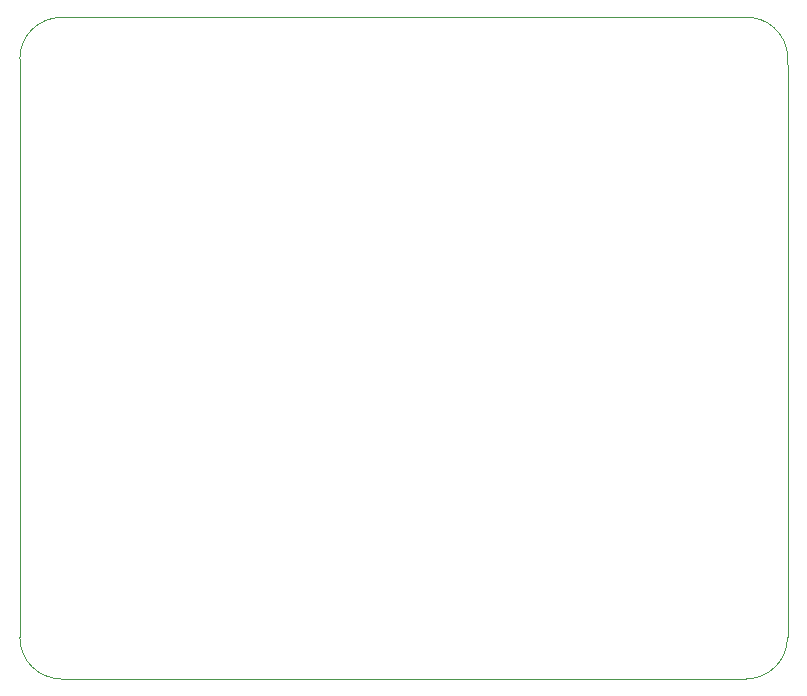
<source format=gbr>
G04 (created by PCBNEW (2013-05-31 BZR 4019)-stable) date 9/30/2014 6:57:16 PM*
%MOIN*%
G04 Gerber Fmt 3.4, Leading zero omitted, Abs format*
%FSLAX34Y34*%
G01*
G70*
G90*
G04 APERTURE LIST*
%ADD10C,0.00590551*%
%ADD11C,0.00393701*%
G04 APERTURE END LIST*
G54D10*
G54D11*
X51771Y-39763D02*
X28937Y-39763D01*
X53149Y-19291D02*
X53149Y-38385D01*
X28937Y-17716D02*
X51968Y-17716D01*
X27559Y-38385D02*
X27559Y-19094D01*
X53149Y-19290D02*
G75*
G03X51967Y-17716I-1378J196D01*
G74*
G01*
X51771Y-39763D02*
G75*
G03X53149Y-38385I0J1377D01*
G74*
G01*
X27559Y-38385D02*
G75*
G03X28937Y-39763I1377J0D01*
G74*
G01*
X28937Y-17716D02*
G75*
G03X27559Y-19094I0J-1377D01*
G74*
G01*
M02*

</source>
